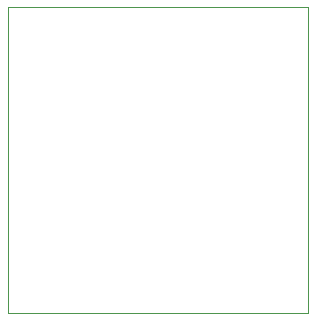
<source format=gm1>
G04 #@! TF.GenerationSoftware,KiCad,Pcbnew,(5.0.1)-3*
G04 #@! TF.CreationDate,2018-12-06T00:17:23+01:00*
G04 #@! TF.ProjectId,air602bob,616972363032626F622E6B696361645F,rev?*
G04 #@! TF.SameCoordinates,Original*
G04 #@! TF.FileFunction,Profile,NP*
%FSLAX46Y46*%
G04 Gerber Fmt 4.6, Leading zero omitted, Abs format (unit mm)*
G04 Created by KiCad (PCBNEW (5.0.1)-3) date 06/12/2018 00:17:23*
%MOMM*%
%LPD*%
G01*
G04 APERTURE LIST*
%ADD10C,0.015000*%
G04 APERTURE END LIST*
D10*
X86360000Y-107950000D02*
X60960000Y-107950000D01*
X86360000Y-82042000D02*
X86360000Y-107950000D01*
X60960000Y-82042000D02*
X86360000Y-82042000D01*
X60960000Y-107950000D02*
X60960000Y-82042000D01*
M02*

</source>
